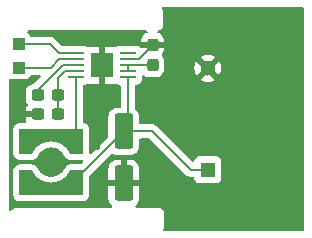
<source format=gbr>
%TF.GenerationSoftware,KiCad,Pcbnew,9.0.4*%
%TF.CreationDate,2026-01-08T18:44:24+01:00*%
%TF.ProjectId,Piezo_Energy_Harvester,5069657a-6f5f-4456-9e65-7267795f4861,rev?*%
%TF.SameCoordinates,Original*%
%TF.FileFunction,Copper,L1,Top*%
%TF.FilePolarity,Positive*%
%FSLAX46Y46*%
G04 Gerber Fmt 4.6, Leading zero omitted, Abs format (unit mm)*
G04 Created by KiCad (PCBNEW 9.0.4) date 2026-01-08 18:44:24*
%MOMM*%
%LPD*%
G01*
G04 APERTURE LIST*
G04 Aperture macros list*
%AMRoundRect*
0 Rectangle with rounded corners*
0 $1 Rounding radius*
0 $2 $3 $4 $5 $6 $7 $8 $9 X,Y pos of 4 corners*
0 Add a 4 corners polygon primitive as box body*
4,1,4,$2,$3,$4,$5,$6,$7,$8,$9,$2,$3,0*
0 Add four circle primitives for the rounded corners*
1,1,$1+$1,$2,$3*
1,1,$1+$1,$4,$5*
1,1,$1+$1,$6,$7*
1,1,$1+$1,$8,$9*
0 Add four rect primitives between the rounded corners*
20,1,$1+$1,$2,$3,$4,$5,0*
20,1,$1+$1,$4,$5,$6,$7,0*
20,1,$1+$1,$6,$7,$8,$9,0*
20,1,$1+$1,$8,$9,$2,$3,0*%
%AMFreePoly0*
4,1,48,2.685355,0.485355,2.700000,0.450000,2.700000,-1.550000,2.685355,-1.585355,2.650000,-1.600000,1.638000,-1.600000,1.602645,-1.585355,1.593411,-1.572623,1.525342,-1.438458,1.455369,-1.324753,1.377591,-1.216835,1.291181,-1.114891,1.196833,-1.020543,1.096563,-0.932929,0.989705,-0.853271,0.876824,-0.782233,0.759274,-0.719087,0.636952,-0.666663,0.510398,-0.622856,0.382020,-0.588816,
0.250897,-0.564534,0.117546,-0.550907,-0.015637,-0.546046,-0.148617,-0.552841,-0.280950,-0.569383,-0.411304,-0.595648,-0.539669,-0.631629,-0.665042,-0.677307,-0.786400,-0.732647,-0.903121,-0.797816,-1.014943,-0.870743,-1.119975,-0.952435,-1.219263,-1.041015,-1.311502,-1.137138,-1.396034,-1.241102,-1.471925,-1.350075,-1.540037,-1.464892,-1.593197,-1.572196,-1.622014,-1.597376,-1.638000,-1.600000,
-2.650000,-1.600000,-2.685355,-1.585355,-2.700000,-1.550000,-2.700000,0.450000,-2.685355,0.485355,-2.650000,0.500000,2.650000,0.500000,2.685355,0.485355,2.685355,0.485355,$1*%
%AMFreePoly1*
4,1,48,-1.602645,1.585355,-1.593197,1.572196,-1.540037,1.464892,-1.471925,1.350075,-1.396034,1.241102,-1.311502,1.137138,-1.219263,1.041015,-1.119975,0.952435,-1.014943,0.870743,-0.903121,0.797816,-0.786400,0.732647,-0.665042,0.677307,-0.539669,0.631629,-0.411304,0.595648,-0.280950,0.569383,-0.148617,0.552841,-0.015637,0.546046,0.117546,0.550907,0.250897,0.564534,0.382020,0.588816,
0.510398,0.622856,0.636952,0.666663,0.759274,0.719087,0.876824,0.782233,0.989705,0.853271,1.096563,0.932929,1.196833,1.020543,1.291181,1.114891,1.377591,1.216835,1.455369,1.324753,1.525342,1.438458,1.593411,1.572623,1.622467,1.597526,1.638000,1.600000,2.650000,1.600000,2.685355,1.585355,2.700000,1.550000,2.700000,-0.450000,2.685355,-0.485355,2.650000,-0.500000,
-2.650000,-0.500000,-2.685355,-0.485355,-2.700000,-0.450000,-2.700000,1.550000,-2.685355,1.585355,-2.650000,1.600000,-1.638000,1.600000,-1.602645,1.585355,-1.602645,1.585355,$1*%
G04 Aperture macros list end*
%TA.AperFunction,SMDPad,CuDef*%
%ADD10RoundRect,0.237500X-0.300000X-0.237500X0.300000X-0.237500X0.300000X0.237500X-0.300000X0.237500X0*%
%TD*%
%TA.AperFunction,SMDPad,CuDef*%
%ADD11R,1.000000X1.000000*%
%TD*%
%TA.AperFunction,SMDPad,CuDef*%
%ADD12RoundRect,0.237500X0.237500X-0.300000X0.237500X0.300000X-0.237500X0.300000X-0.237500X-0.300000X0*%
%TD*%
%TA.AperFunction,SMDPad,CuDef*%
%ADD13FreePoly0,0.000000*%
%TD*%
%TA.AperFunction,SMDPad,CuDef*%
%ADD14FreePoly1,0.000000*%
%TD*%
%TA.AperFunction,ComponentPad*%
%ADD15R,1.300000X1.300000*%
%TD*%
%TA.AperFunction,ComponentPad*%
%ADD16C,1.300000*%
%TD*%
%TA.AperFunction,SMDPad,CuDef*%
%ADD17RoundRect,0.250000X-0.550000X1.250000X-0.550000X-1.250000X0.550000X-1.250000X0.550000X1.250000X0*%
%TD*%
%TA.AperFunction,SMDPad,CuDef*%
%ADD18R,1.333500X0.279400*%
%TD*%
%TA.AperFunction,SMDPad,CuDef*%
%ADD19R,1.930400X2.159000*%
%TD*%
%TA.AperFunction,ViaPad*%
%ADD20C,0.600000*%
%TD*%
%TA.AperFunction,Conductor*%
%ADD21C,0.200000*%
%TD*%
G04 APERTURE END LIST*
D10*
%TO.P,C1,1*%
%TO.N,Net-(U1-CAP)*%
X151775000Y-99800000D03*
%TO.P,C1,2*%
%TO.N,Net-(U1-VIN)*%
X153500000Y-99800000D03*
%TD*%
D11*
%TO.P,J1,1,Pin_1*%
%TO.N,Net-(J1-Pin_1)*%
X150150000Y-95450000D03*
%TD*%
D12*
%TO.P,C2,1*%
%TO.N,Net-(U1-D1)*%
X161490000Y-97252500D03*
%TO.P,C2,2*%
%TO.N,GND*%
X161490000Y-95527500D03*
%TD*%
D13*
%TO.P,L1,1,1*%
%TO.N,Net-(U1-SW)*%
X152900000Y-103150000D03*
D14*
%TO.P,L1,2,2*%
%TO.N,+3.3V*%
X152900000Y-107750000D03*
%TD*%
D11*
%TO.P,J2,1,Pin_1*%
%TO.N,Net-(J2-Pin_1)*%
X150150000Y-97450000D03*
%TD*%
D15*
%TO.P,C5,1*%
%TO.N,+3.3V*%
X166170000Y-106110000D03*
D16*
%TO.P,C5,2*%
%TO.N,GND*%
X166170000Y-97510000D03*
%TD*%
D17*
%TO.P,C4,1*%
%TO.N,+3.3V*%
X159050000Y-102850000D03*
%TO.P,C4,2*%
%TO.N,GND*%
X159050000Y-107250000D03*
%TD*%
D18*
%TO.P,U1,1,PZ1*%
%TO.N,Net-(J1-Pin_1)*%
X154983850Y-96249240D03*
%TO.P,U1,2,PZ2*%
%TO.N,Net-(J2-Pin_1)*%
X154983850Y-96749620D03*
%TO.P,U1,3,CAP*%
%TO.N,Net-(U1-CAP)*%
X154983850Y-97250000D03*
%TO.P,U1,4,VIN*%
%TO.N,Net-(U1-VIN)*%
X154983850Y-97750380D03*
%TO.P,U1,5,SW*%
%TO.N,Net-(U1-SW)*%
X154983850Y-98250760D03*
%TO.P,U1,6,VOUT*%
%TO.N,+3.3V*%
X159416150Y-98250760D03*
%TO.P,U1,7,VIN2*%
%TO.N,Net-(U1-D1)*%
X159416150Y-97750380D03*
%TO.P,U1,8,D1*%
X159416150Y-97250000D03*
%TO.P,U1,9,D0*%
%TO.N,GND*%
X159416150Y-96749620D03*
%TO.P,U1,10,PGOOD*%
%TO.N,/PGOOD*%
X159416150Y-96249240D03*
D19*
%TO.P,U1,EPAD*%
%TO.N,GND*%
X157200000Y-97250000D03*
%TD*%
D10*
%TO.P,C3,1*%
%TO.N,GND*%
X151775000Y-101400000D03*
%TO.P,C3,2*%
%TO.N,Net-(U1-VIN)*%
X153500000Y-101400000D03*
%TD*%
D20*
%TO.N,GND*%
X163700000Y-99100000D03*
X157050000Y-97750000D03*
X157600000Y-96900000D03*
X156700000Y-96650000D03*
X157450000Y-100300000D03*
X158700000Y-108250000D03*
X168900000Y-95400000D03*
X164600000Y-107750000D03*
X164700000Y-94400000D03*
X159050000Y-107250000D03*
X156800000Y-104150000D03*
X163250000Y-102650000D03*
X161600000Y-100750000D03*
X166650000Y-101400000D03*
X156900000Y-101450000D03*
X169750000Y-99800000D03*
X161750000Y-105400000D03*
X162850000Y-106500000D03*
X160250000Y-99850000D03*
X155950000Y-99950000D03*
X161500000Y-98900000D03*
X150300000Y-101000000D03*
X159450000Y-106400000D03*
X150050000Y-99600000D03*
%TD*%
D21*
%TO.N,GND*%
X159416150Y-96749620D02*
X160310380Y-96749620D01*
X150700000Y-101400000D02*
X150300000Y-101000000D01*
X160310380Y-96749620D02*
X161490000Y-95570000D01*
X161490000Y-95570000D02*
X161490000Y-95527500D01*
X151775000Y-101400000D02*
X150700000Y-101400000D01*
%TO.N,+3.3V*%
X159416150Y-98250760D02*
X159416150Y-102933850D01*
X166170000Y-106110000D02*
X164710000Y-106110000D01*
X155200000Y-106700000D02*
X159050000Y-102850000D01*
X155200000Y-107600000D02*
X155200000Y-106700000D01*
X152900000Y-107750000D02*
X153050000Y-107600000D01*
X159416150Y-102933850D02*
X159100000Y-103250000D01*
X161450000Y-102850000D02*
X159050000Y-102850000D01*
X164710000Y-106110000D02*
X161450000Y-102850000D01*
X153050000Y-107600000D02*
X155200000Y-107600000D01*
%TO.N,Net-(U1-D1)*%
X159522500Y-97252500D02*
X161490000Y-97252500D01*
X159416150Y-97750380D02*
X159416150Y-97250000D01*
X159416150Y-97250000D02*
X159520000Y-97250000D01*
X159520000Y-97250000D02*
X159522500Y-97252500D01*
%TO.N,Net-(U1-CAP)*%
X151775000Y-99350000D02*
X151775000Y-99800000D01*
X154983850Y-97250000D02*
X153875000Y-97250000D01*
X153875000Y-97250000D02*
X151775000Y-99350000D01*
%TO.N,Net-(U1-VIN)*%
X153500000Y-101400000D02*
X153500000Y-99800000D01*
X154983850Y-97750380D02*
X154075780Y-97750380D01*
X154075780Y-97750380D02*
X153500000Y-98326160D01*
X153500000Y-98326160D02*
X153500000Y-99800000D01*
%TO.N,Net-(J1-Pin_1)*%
X152800000Y-95450000D02*
X150150000Y-95450000D01*
X153599240Y-96249240D02*
X152800000Y-95450000D01*
X154983850Y-96249240D02*
X153599240Y-96249240D01*
%TO.N,Net-(U1-SW)*%
X155000000Y-98266910D02*
X154983850Y-98250760D01*
X154500000Y-103150000D02*
X155000000Y-102650000D01*
X152900000Y-103150000D02*
X154500000Y-103150000D01*
X152900000Y-103150000D02*
X154300000Y-103150000D01*
X155000000Y-102650000D02*
X155000000Y-98266910D01*
X154300000Y-103150000D02*
X154600000Y-102850000D01*
%TO.N,Net-(J2-Pin_1)*%
X154983850Y-96749620D02*
X153600380Y-96749620D01*
X153600380Y-96749620D02*
X152900000Y-97450000D01*
X152900000Y-97450000D02*
X150150000Y-97450000D01*
%TD*%
%TA.AperFunction,Conductor*%
%TO.N,GND*%
G36*
X174242539Y-92320185D02*
G01*
X174288294Y-92372989D01*
X174299500Y-92424500D01*
X174299500Y-111175500D01*
X174279815Y-111242539D01*
X174227011Y-111288294D01*
X174175500Y-111299500D01*
X162454315Y-111299500D01*
X162387276Y-111279815D01*
X162341521Y-111227011D01*
X162331577Y-111157853D01*
X162346928Y-111113499D01*
X162350497Y-111107316D01*
X162350500Y-111107314D01*
X162416392Y-110993186D01*
X162450500Y-110865892D01*
X162450500Y-109734108D01*
X162416392Y-109606814D01*
X162350500Y-109492686D01*
X162257314Y-109399500D01*
X162200250Y-109366554D01*
X162143187Y-109333608D01*
X162079539Y-109316554D01*
X162015892Y-109299500D01*
X160160523Y-109299500D01*
X160093484Y-109279815D01*
X160047729Y-109227011D01*
X160037785Y-109157853D01*
X160066810Y-109094297D01*
X160072842Y-109087819D01*
X160192315Y-108968345D01*
X160284356Y-108819124D01*
X160284358Y-108819119D01*
X160339505Y-108652697D01*
X160339506Y-108652690D01*
X160349999Y-108549986D01*
X160350000Y-108549973D01*
X160350000Y-107500000D01*
X157750001Y-107500000D01*
X157750001Y-108549986D01*
X157760494Y-108652697D01*
X157815641Y-108819119D01*
X157815643Y-108819124D01*
X157907684Y-108968345D01*
X158027158Y-109087819D01*
X158060643Y-109149142D01*
X158055659Y-109218834D01*
X158013787Y-109274767D01*
X157948323Y-109299184D01*
X157939477Y-109299500D01*
X149884108Y-109299500D01*
X149756812Y-109333608D01*
X149642686Y-109399500D01*
X149642683Y-109399502D01*
X149549502Y-109492683D01*
X149549500Y-109492686D01*
X149531887Y-109523193D01*
X149481319Y-109571408D01*
X149412712Y-109584630D01*
X149347848Y-109558662D01*
X149307320Y-109501748D01*
X149300500Y-109461192D01*
X149300500Y-98532418D01*
X149320185Y-98465379D01*
X149372989Y-98419624D01*
X149442147Y-98409680D01*
X149467833Y-98416236D01*
X149542517Y-98444091D01*
X149542516Y-98444091D01*
X149549444Y-98444835D01*
X149602127Y-98450500D01*
X150697872Y-98450499D01*
X150757483Y-98444091D01*
X150892331Y-98393796D01*
X151007546Y-98307546D01*
X151093796Y-98192331D01*
X151106074Y-98159412D01*
X151116609Y-98131167D01*
X151158480Y-98075233D01*
X151223944Y-98050816D01*
X151232791Y-98050500D01*
X151925903Y-98050500D01*
X151992942Y-98070185D01*
X152038697Y-98122989D01*
X152048641Y-98192147D01*
X152019616Y-98255703D01*
X152013584Y-98262181D01*
X151485351Y-98790412D01*
X151424028Y-98823897D01*
X151410272Y-98826089D01*
X151324747Y-98834826D01*
X151160984Y-98889092D01*
X151160981Y-98889093D01*
X151014148Y-98979661D01*
X150892161Y-99101648D01*
X150801593Y-99248481D01*
X150801592Y-99248484D01*
X150747326Y-99412247D01*
X150747326Y-99412248D01*
X150747325Y-99412248D01*
X150737000Y-99513315D01*
X150737000Y-100086669D01*
X150737001Y-100086687D01*
X150747325Y-100187752D01*
X150783609Y-100297249D01*
X150801592Y-100351516D01*
X150875499Y-100471339D01*
X150892161Y-100498351D01*
X150906482Y-100512672D01*
X150939967Y-100573995D01*
X150934983Y-100643687D01*
X150906485Y-100688032D01*
X150892552Y-100701965D01*
X150802051Y-100848688D01*
X150802046Y-100848699D01*
X150747819Y-101012347D01*
X150737500Y-101113345D01*
X150737500Y-101150000D01*
X151651000Y-101150000D01*
X151718039Y-101169685D01*
X151763794Y-101222489D01*
X151775000Y-101274000D01*
X151775000Y-101526000D01*
X151755315Y-101593039D01*
X151702511Y-101638794D01*
X151651000Y-101650000D01*
X150737501Y-101650000D01*
X150737501Y-101686654D01*
X150747819Y-101787652D01*
X150802046Y-101951300D01*
X150805101Y-101957851D01*
X150803708Y-101958500D01*
X150819932Y-102017802D01*
X150799006Y-102084465D01*
X150745362Y-102129231D01*
X150695953Y-102139500D01*
X150249998Y-102139500D01*
X150195964Y-102142396D01*
X150195963Y-102142396D01*
X150056559Y-102177976D01*
X150056552Y-102177978D01*
X150017660Y-102194088D01*
X149922811Y-102245880D01*
X149817502Y-102343926D01*
X149744090Y-102467658D01*
X149744085Y-102467667D01*
X149727988Y-102506528D01*
X149727981Y-102506547D01*
X149727980Y-102506552D01*
X149709975Y-102557587D01*
X149697269Y-102645963D01*
X149689501Y-102699997D01*
X149689500Y-102700001D01*
X149689500Y-104700002D01*
X149692396Y-104754035D01*
X149692396Y-104754036D01*
X149727976Y-104893440D01*
X149727978Y-104893447D01*
X149744088Y-104932339D01*
X149792855Y-105021648D01*
X149795882Y-105027191D01*
X149893925Y-105132496D01*
X149893926Y-105132497D01*
X149894405Y-105132781D01*
X150017664Y-105205913D01*
X150030105Y-105211066D01*
X150046050Y-105217671D01*
X150056555Y-105222022D01*
X150107584Y-105240024D01*
X150250000Y-105260500D01*
X150250003Y-105260500D01*
X151261992Y-105260500D01*
X151262000Y-105260500D01*
X151343898Y-105253822D01*
X151343902Y-105253821D01*
X151343906Y-105253821D01*
X151352690Y-105252378D01*
X151361482Y-105250935D01*
X151491463Y-105211066D01*
X151612183Y-105132781D01*
X151643883Y-105105084D01*
X151682675Y-105067343D01*
X151764245Y-104948819D01*
X151806791Y-104862936D01*
X151811233Y-104854760D01*
X151855336Y-104780416D01*
X151860196Y-104772864D01*
X151909431Y-104702168D01*
X151914921Y-104694879D01*
X151968157Y-104629404D01*
X151974871Y-104621807D01*
X152032050Y-104562220D01*
X152038938Y-104555577D01*
X152103936Y-104497590D01*
X152110318Y-104492270D01*
X152177645Y-104439905D01*
X152186018Y-104433935D01*
X152257503Y-104387314D01*
X152264766Y-104382925D01*
X152339912Y-104340969D01*
X152348902Y-104336420D01*
X152358517Y-104332036D01*
X152424121Y-104302121D01*
X152433113Y-104298438D01*
X152512400Y-104269550D01*
X152521356Y-104266668D01*
X152603764Y-104243569D01*
X152612688Y-104241423D01*
X152696723Y-104224490D01*
X152705807Y-104223009D01*
X152791640Y-104212280D01*
X152800667Y-104211488D01*
X152882659Y-104207297D01*
X152893482Y-104207218D01*
X152978234Y-104210311D01*
X152986251Y-104210866D01*
X153073330Y-104219765D01*
X153083275Y-104221192D01*
X153165347Y-104236391D01*
X153174519Y-104238452D01*
X153256869Y-104260287D01*
X153265601Y-104262953D01*
X153348467Y-104291638D01*
X153356740Y-104294838D01*
X153432490Y-104327302D01*
X153442310Y-104332032D01*
X153458960Y-104340976D01*
X153516034Y-104371636D01*
X153523398Y-104375924D01*
X153592381Y-104419336D01*
X153596602Y-104421992D01*
X153604668Y-104427524D01*
X153671711Y-104477502D01*
X153679190Y-104483542D01*
X153744869Y-104540931D01*
X153750960Y-104546626D01*
X153811731Y-104607397D01*
X153818641Y-104614900D01*
X153872027Y-104677883D01*
X153878030Y-104685558D01*
X153890030Y-104702207D01*
X153927705Y-104754482D01*
X153932715Y-104761995D01*
X153976905Y-104833804D01*
X153981875Y-104842678D01*
X154007630Y-104893440D01*
X154038151Y-104953597D01*
X154038162Y-104953616D01*
X154079727Y-105021643D01*
X154079733Y-105021652D01*
X154089882Y-105035646D01*
X154089888Y-105035654D01*
X154181925Y-105132496D01*
X154305664Y-105205913D01*
X154318105Y-105211066D01*
X154334050Y-105217671D01*
X154344555Y-105222022D01*
X154395584Y-105240024D01*
X154538000Y-105260500D01*
X154538003Y-105260500D01*
X155490903Y-105260500D01*
X155512148Y-105266738D01*
X155534237Y-105268318D01*
X155545020Y-105276390D01*
X155557942Y-105280185D01*
X155572441Y-105296918D01*
X155590170Y-105310190D01*
X155594877Y-105322810D01*
X155603697Y-105332989D01*
X155606848Y-105354906D01*
X155614587Y-105375654D01*
X155611724Y-105388814D01*
X155613641Y-105402147D01*
X155604441Y-105422290D01*
X155599735Y-105443927D01*
X155586466Y-105461652D01*
X155584616Y-105465703D01*
X155578584Y-105472181D01*
X155447584Y-105603181D01*
X155386261Y-105636666D01*
X155359903Y-105639500D01*
X154538000Y-105639500D01*
X154537996Y-105639500D01*
X154537976Y-105639501D01*
X154458505Y-105645790D01*
X154458484Y-105645792D01*
X154441419Y-105648511D01*
X154441402Y-105648514D01*
X154313412Y-105686772D01*
X154313411Y-105686773D01*
X154191956Y-105763902D01*
X154159985Y-105791304D01*
X154120850Y-105828660D01*
X154120848Y-105828662D01*
X154038159Y-105946389D01*
X154038158Y-105946391D01*
X154038155Y-105946395D01*
X154038154Y-105946398D01*
X153987999Y-106045251D01*
X153981880Y-106057312D01*
X153976905Y-106066194D01*
X153932715Y-106138003D01*
X153927705Y-106145516D01*
X153878032Y-106214438D01*
X153872027Y-106222115D01*
X153818641Y-106285098D01*
X153811731Y-106292601D01*
X153750960Y-106353372D01*
X153744869Y-106359067D01*
X153679190Y-106416456D01*
X153671711Y-106422496D01*
X153604668Y-106472474D01*
X153596602Y-106478006D01*
X153523398Y-106524074D01*
X153516034Y-106528362D01*
X153442318Y-106567962D01*
X153432482Y-106572700D01*
X153356740Y-106605160D01*
X153348457Y-106608364D01*
X153265617Y-106637040D01*
X153256844Y-106639717D01*
X153193849Y-106656421D01*
X153174542Y-106661540D01*
X153165343Y-106663608D01*
X153083289Y-106678804D01*
X153073315Y-106680235D01*
X152986270Y-106689130D01*
X152978204Y-106689688D01*
X152893505Y-106692779D01*
X152882657Y-106692700D01*
X152800679Y-106688511D01*
X152791628Y-106687716D01*
X152705822Y-106676991D01*
X152696708Y-106675505D01*
X152612710Y-106658580D01*
X152603739Y-106656422D01*
X152576676Y-106648836D01*
X152521372Y-106633334D01*
X152512391Y-106630444D01*
X152433118Y-106601561D01*
X152424121Y-106597877D01*
X152348902Y-106563578D01*
X152339899Y-106559022D01*
X152264779Y-106517080D01*
X152257491Y-106512676D01*
X152186018Y-106466063D01*
X152177626Y-106460079D01*
X152110336Y-106407741D01*
X152103926Y-106402399D01*
X152052283Y-106356326D01*
X152038952Y-106344433D01*
X152032033Y-106337761D01*
X151974879Y-106278199D01*
X151968147Y-106270581D01*
X151914931Y-106205132D01*
X151909422Y-106197817D01*
X151860205Y-106127146D01*
X151855330Y-106119571D01*
X151818559Y-106057587D01*
X151811237Y-106045243D01*
X151806788Y-106037056D01*
X151764245Y-105951181D01*
X151721904Y-105880760D01*
X151711511Y-105866285D01*
X151711509Y-105866282D01*
X151711508Y-105866281D01*
X151618076Y-105767505D01*
X151618072Y-105767502D01*
X151494341Y-105694090D01*
X151494336Y-105694087D01*
X151494334Y-105694086D01*
X151494332Y-105694085D01*
X151455471Y-105677988D01*
X151455458Y-105677983D01*
X151455445Y-105677978D01*
X151404416Y-105659976D01*
X151404414Y-105659975D01*
X151404412Y-105659975D01*
X151319477Y-105647763D01*
X151262000Y-105639500D01*
X150250000Y-105639500D01*
X150249998Y-105639500D01*
X150195964Y-105642396D01*
X150195963Y-105642396D01*
X150056559Y-105677976D01*
X150056552Y-105677978D01*
X150017660Y-105694088D01*
X149922811Y-105745880D01*
X149817502Y-105843926D01*
X149744090Y-105967658D01*
X149744085Y-105967667D01*
X149727988Y-106006528D01*
X149727981Y-106006547D01*
X149727978Y-106006555D01*
X149714327Y-106045251D01*
X149709975Y-106057587D01*
X149689500Y-106200001D01*
X149689500Y-108200002D01*
X149692396Y-108254035D01*
X149692396Y-108254036D01*
X149727976Y-108393440D01*
X149727978Y-108393447D01*
X149744088Y-108432339D01*
X149795880Y-108527188D01*
X149795882Y-108527191D01*
X149893925Y-108632496D01*
X149893926Y-108632497D01*
X149927972Y-108652697D01*
X150017664Y-108705913D01*
X150056555Y-108722022D01*
X150107584Y-108740024D01*
X150250000Y-108760500D01*
X150250003Y-108760500D01*
X155550002Y-108760500D01*
X155555499Y-108760205D01*
X155604034Y-108757604D01*
X155743445Y-108722022D01*
X155782336Y-108705913D01*
X155877191Y-108654118D01*
X155982496Y-108556075D01*
X156055913Y-108432336D01*
X156072022Y-108393445D01*
X156090024Y-108342416D01*
X156110500Y-108200000D01*
X156110500Y-106690096D01*
X156130185Y-106623057D01*
X156146814Y-106602420D01*
X156799221Y-105950013D01*
X157750000Y-105950013D01*
X157750000Y-107000000D01*
X158800000Y-107000000D01*
X159300000Y-107000000D01*
X160349999Y-107000000D01*
X160349999Y-105950022D01*
X160349998Y-105950013D01*
X160339505Y-105847302D01*
X160284358Y-105680880D01*
X160284356Y-105680875D01*
X160192315Y-105531654D01*
X160068345Y-105407684D01*
X159919124Y-105315643D01*
X159919119Y-105315641D01*
X159752697Y-105260494D01*
X159752690Y-105260493D01*
X159649986Y-105250000D01*
X159300000Y-105250000D01*
X159300000Y-107000000D01*
X158800000Y-107000000D01*
X158800000Y-105250000D01*
X158450028Y-105250000D01*
X158450012Y-105250001D01*
X158347302Y-105260494D01*
X158180880Y-105315641D01*
X158180875Y-105315643D01*
X158031654Y-105407684D01*
X157907684Y-105531654D01*
X157815643Y-105680875D01*
X157815641Y-105680880D01*
X157760494Y-105847302D01*
X157760493Y-105847309D01*
X157750000Y-105950013D01*
X156799221Y-105950013D01*
X157977589Y-104771644D01*
X158038910Y-104738161D01*
X158108602Y-104743145D01*
X158130364Y-104753788D01*
X158180659Y-104784810D01*
X158180660Y-104784810D01*
X158180666Y-104784814D01*
X158347203Y-104839999D01*
X158449991Y-104850500D01*
X159650008Y-104850499D01*
X159752797Y-104839999D01*
X159919334Y-104784814D01*
X160068656Y-104692712D01*
X160192712Y-104568656D01*
X160284814Y-104419334D01*
X160339999Y-104252797D01*
X160350500Y-104150009D01*
X160350500Y-103574500D01*
X160370185Y-103507461D01*
X160422989Y-103461706D01*
X160474500Y-103450500D01*
X161149903Y-103450500D01*
X161216942Y-103470185D01*
X161237584Y-103486819D01*
X164225139Y-106474374D01*
X164225149Y-106474385D01*
X164229479Y-106478715D01*
X164229480Y-106478716D01*
X164341284Y-106590520D01*
X164341286Y-106590521D01*
X164341290Y-106590524D01*
X164424460Y-106638542D01*
X164424461Y-106638542D01*
X164478215Y-106669577D01*
X164630942Y-106710500D01*
X164630943Y-106710500D01*
X164897649Y-106710500D01*
X164964688Y-106730185D01*
X165010443Y-106782989D01*
X165020939Y-106821248D01*
X165025908Y-106867483D01*
X165076202Y-107002328D01*
X165076206Y-107002335D01*
X165162452Y-107117544D01*
X165162455Y-107117547D01*
X165277664Y-107203793D01*
X165277671Y-107203797D01*
X165412517Y-107254091D01*
X165412516Y-107254091D01*
X165419444Y-107254835D01*
X165472127Y-107260500D01*
X166867872Y-107260499D01*
X166927483Y-107254091D01*
X167062331Y-107203796D01*
X167177546Y-107117546D01*
X167263796Y-107002331D01*
X167314091Y-106867483D01*
X167320500Y-106807873D01*
X167320499Y-105412128D01*
X167314091Y-105352517D01*
X167307556Y-105334997D01*
X167263797Y-105217671D01*
X167263793Y-105217664D01*
X167177547Y-105102455D01*
X167177544Y-105102452D01*
X167062335Y-105016206D01*
X167062328Y-105016202D01*
X166927482Y-104965908D01*
X166927483Y-104965908D01*
X166867883Y-104959501D01*
X166867881Y-104959500D01*
X166867873Y-104959500D01*
X166867864Y-104959500D01*
X165472129Y-104959500D01*
X165472123Y-104959501D01*
X165412516Y-104965908D01*
X165277671Y-105016202D01*
X165277664Y-105016206D01*
X165162455Y-105102452D01*
X165162452Y-105102455D01*
X165076206Y-105217664D01*
X165076202Y-105217671D01*
X165032443Y-105334997D01*
X164990572Y-105390931D01*
X164925108Y-105415348D01*
X164856835Y-105400496D01*
X164828580Y-105379345D01*
X161937590Y-102488355D01*
X161937588Y-102488352D01*
X161818717Y-102369481D01*
X161818716Y-102369480D01*
X161731904Y-102319360D01*
X161731904Y-102319359D01*
X161731900Y-102319358D01*
X161681785Y-102290423D01*
X161529057Y-102249499D01*
X161370943Y-102249499D01*
X161363347Y-102249499D01*
X161363331Y-102249500D01*
X160474499Y-102249500D01*
X160407460Y-102229815D01*
X160361705Y-102177011D01*
X160350499Y-102125500D01*
X160350499Y-101549998D01*
X160350498Y-101549981D01*
X160339999Y-101447203D01*
X160339998Y-101447200D01*
X160284814Y-101280666D01*
X160192712Y-101131344D01*
X160068656Y-101007288D01*
X160068651Y-101007285D01*
X160063738Y-101003400D01*
X160023362Y-100946378D01*
X160016650Y-100906134D01*
X160016650Y-99014607D01*
X160036335Y-98947568D01*
X160089139Y-98901813D01*
X160127611Y-98892623D01*
X160127471Y-98891314D01*
X160190383Y-98884551D01*
X160299500Y-98843853D01*
X160325231Y-98834256D01*
X160440446Y-98748006D01*
X160526696Y-98632791D01*
X160576991Y-98497943D01*
X160583400Y-98438333D01*
X160583399Y-98226450D01*
X160603083Y-98159412D01*
X160655887Y-98113657D01*
X160725045Y-98103713D01*
X160785590Y-98131363D01*
X160785987Y-98130862D01*
X160788029Y-98132476D01*
X160788601Y-98132738D01*
X160789962Y-98134005D01*
X160791647Y-98135338D01*
X160791649Y-98135339D01*
X160791650Y-98135340D01*
X160938484Y-98225908D01*
X161102247Y-98280174D01*
X161203323Y-98290500D01*
X161776676Y-98290499D01*
X161776684Y-98290498D01*
X161776687Y-98290498D01*
X161832030Y-98284844D01*
X161877753Y-98280174D01*
X162041516Y-98225908D01*
X162188350Y-98135340D01*
X162310340Y-98013350D01*
X162400908Y-97866516D01*
X162455174Y-97702753D01*
X162465500Y-97601677D01*
X162465499Y-97419493D01*
X165020000Y-97419493D01*
X165020000Y-97600506D01*
X165048317Y-97779293D01*
X165104251Y-97951444D01*
X165104252Y-97951447D01*
X165186431Y-98112730D01*
X165197913Y-98128532D01*
X165197913Y-98128533D01*
X165770000Y-97556446D01*
X165770000Y-97562661D01*
X165797259Y-97664394D01*
X165849920Y-97755606D01*
X165924394Y-97830080D01*
X166015606Y-97882741D01*
X166117339Y-97910000D01*
X166123553Y-97910000D01*
X165551466Y-98482085D01*
X165551466Y-98482086D01*
X165567267Y-98493566D01*
X165567275Y-98493571D01*
X165728552Y-98575747D01*
X165728555Y-98575748D01*
X165900706Y-98631682D01*
X166079494Y-98660000D01*
X166260506Y-98660000D01*
X166439293Y-98631682D01*
X166611444Y-98575748D01*
X166611452Y-98575745D01*
X166772730Y-98493568D01*
X166788532Y-98482085D01*
X166788533Y-98482085D01*
X166216448Y-97910000D01*
X166222661Y-97910000D01*
X166324394Y-97882741D01*
X166415606Y-97830080D01*
X166490080Y-97755606D01*
X166542741Y-97664394D01*
X166570000Y-97562661D01*
X166570000Y-97556447D01*
X167142085Y-98128532D01*
X167153568Y-98112730D01*
X167235745Y-97951452D01*
X167235748Y-97951444D01*
X167291682Y-97779293D01*
X167320000Y-97600506D01*
X167320000Y-97419493D01*
X167291682Y-97240706D01*
X167235748Y-97068555D01*
X167235747Y-97068552D01*
X167153571Y-96907275D01*
X167153566Y-96907267D01*
X167142085Y-96891466D01*
X166570000Y-97463551D01*
X166570000Y-97457339D01*
X166542741Y-97355606D01*
X166490080Y-97264394D01*
X166415606Y-97189920D01*
X166324394Y-97137259D01*
X166222661Y-97110000D01*
X166216447Y-97110000D01*
X166788533Y-96537913D01*
X166772730Y-96526431D01*
X166611447Y-96444252D01*
X166611444Y-96444251D01*
X166439293Y-96388317D01*
X166260506Y-96360000D01*
X166079494Y-96360000D01*
X165900706Y-96388317D01*
X165728555Y-96444251D01*
X165728547Y-96444254D01*
X165567269Y-96526432D01*
X165551466Y-96537912D01*
X165551466Y-96537913D01*
X166123554Y-97110000D01*
X166117339Y-97110000D01*
X166015606Y-97137259D01*
X165924394Y-97189920D01*
X165849920Y-97264394D01*
X165797259Y-97355606D01*
X165770000Y-97457339D01*
X165770000Y-97463553D01*
X165197912Y-96891466D01*
X165186432Y-96907269D01*
X165104254Y-97068547D01*
X165104251Y-97068555D01*
X165048317Y-97240706D01*
X165020000Y-97419493D01*
X162465499Y-97419493D01*
X162465499Y-97240706D01*
X162465499Y-96903330D01*
X162465498Y-96903312D01*
X162455174Y-96802247D01*
X162400908Y-96638484D01*
X162310340Y-96491650D01*
X162287148Y-96468458D01*
X162280236Y-96457995D01*
X162273507Y-96436103D01*
X162262532Y-96416004D01*
X162263437Y-96403342D01*
X162259708Y-96391209D01*
X162265882Y-96369156D01*
X162267516Y-96346312D01*
X162275954Y-96333181D01*
X162278546Y-96323927D01*
X162286375Y-96316968D01*
X162296021Y-96301960D01*
X162309947Y-96288035D01*
X162400448Y-96141311D01*
X162400453Y-96141300D01*
X162454680Y-95977652D01*
X162464999Y-95876654D01*
X162465000Y-95876641D01*
X162465000Y-95777500D01*
X160515790Y-95777500D01*
X160448751Y-95757815D01*
X160441479Y-95752767D01*
X160325231Y-95665744D01*
X160325228Y-95665742D01*
X160190382Y-95615448D01*
X160190383Y-95615448D01*
X160130783Y-95609041D01*
X160130781Y-95609040D01*
X160130773Y-95609040D01*
X160130764Y-95609040D01*
X158701529Y-95609040D01*
X158701523Y-95609041D01*
X158641916Y-95615448D01*
X158507071Y-95665742D01*
X158507064Y-95665746D01*
X158473343Y-95690990D01*
X158407879Y-95715407D01*
X158355700Y-95707905D01*
X158272579Y-95676903D01*
X158272572Y-95676901D01*
X158213044Y-95670500D01*
X157450000Y-95670500D01*
X157450000Y-98829500D01*
X158213028Y-98829500D01*
X158213044Y-98829499D01*
X158272572Y-98823098D01*
X158272576Y-98823097D01*
X158355700Y-98792094D01*
X158425392Y-98787110D01*
X158473344Y-98809009D01*
X158507069Y-98834256D01*
X158532800Y-98843853D01*
X158641916Y-98884551D01*
X158704831Y-98891316D01*
X158704643Y-98893057D01*
X158764079Y-98913961D01*
X158806996Y-98969097D01*
X158815650Y-99014609D01*
X158815650Y-100725500D01*
X158795965Y-100792539D01*
X158743161Y-100838294D01*
X158691651Y-100849500D01*
X158449999Y-100849500D01*
X158449980Y-100849501D01*
X158347203Y-100860000D01*
X158347200Y-100860001D01*
X158180668Y-100915185D01*
X158180663Y-100915187D01*
X158031342Y-101007289D01*
X157907289Y-101131342D01*
X157815187Y-101280663D01*
X157815186Y-101280666D01*
X157760001Y-101447203D01*
X157760001Y-101447204D01*
X157760000Y-101447204D01*
X157749500Y-101549983D01*
X157749500Y-103249902D01*
X157729815Y-103316941D01*
X157713181Y-103337583D01*
X156322181Y-104728583D01*
X156260858Y-104762068D01*
X156191166Y-104757084D01*
X156135233Y-104715212D01*
X156110816Y-104649748D01*
X156110500Y-104640902D01*
X156110500Y-102699997D01*
X156110057Y-102691751D01*
X156107604Y-102645966D01*
X156072022Y-102506555D01*
X156055913Y-102467664D01*
X156004118Y-102372809D01*
X155906075Y-102267504D01*
X155906074Y-102267503D01*
X155906073Y-102267502D01*
X155782341Y-102194090D01*
X155782336Y-102194087D01*
X155782334Y-102194086D01*
X155782332Y-102194085D01*
X155743471Y-102177988D01*
X155743458Y-102177983D01*
X155743445Y-102177978D01*
X155692416Y-102159976D01*
X155692412Y-102159975D01*
X155686671Y-102157950D01*
X155687298Y-102156170D01*
X155634490Y-102125460D01*
X155602668Y-102063257D01*
X155600500Y-102040171D01*
X155600500Y-99012875D01*
X155620185Y-98945836D01*
X155672989Y-98900081D01*
X155711245Y-98889585D01*
X155758083Y-98884551D01*
X155892931Y-98834256D01*
X155926656Y-98809009D01*
X155992117Y-98784592D01*
X156044300Y-98792094D01*
X156127423Y-98823097D01*
X156127427Y-98823098D01*
X156186955Y-98829499D01*
X156186972Y-98829500D01*
X156950000Y-98829500D01*
X156950000Y-95670500D01*
X156186955Y-95670500D01*
X156127427Y-95676901D01*
X156127419Y-95676903D01*
X156044299Y-95707905D01*
X155974607Y-95712889D01*
X155926655Y-95690989D01*
X155892935Y-95665746D01*
X155892928Y-95665742D01*
X155758082Y-95615448D01*
X155758083Y-95615448D01*
X155698483Y-95609041D01*
X155698481Y-95609040D01*
X155698473Y-95609040D01*
X155698464Y-95609040D01*
X154269229Y-95609040D01*
X154269223Y-95609041D01*
X154209616Y-95615448D01*
X154141320Y-95640922D01*
X154135690Y-95641937D01*
X154132922Y-95643717D01*
X154097987Y-95648740D01*
X153899337Y-95648740D01*
X153832298Y-95629055D01*
X153811656Y-95612421D01*
X153287590Y-95088355D01*
X153287588Y-95088352D01*
X153168717Y-94969481D01*
X153168709Y-94969475D01*
X153052059Y-94902128D01*
X153052056Y-94902127D01*
X153031785Y-94890423D01*
X152879057Y-94849499D01*
X152720943Y-94849499D01*
X152713347Y-94849499D01*
X152713331Y-94849500D01*
X151232791Y-94849500D01*
X151165752Y-94829815D01*
X151119997Y-94777011D01*
X151116609Y-94768833D01*
X151093797Y-94707671D01*
X151093793Y-94707664D01*
X151007547Y-94592455D01*
X151007544Y-94592452D01*
X150915792Y-94523766D01*
X150873921Y-94467832D01*
X150868937Y-94398141D01*
X150902423Y-94336818D01*
X150963746Y-94303334D01*
X150990103Y-94300500D01*
X160936937Y-94300500D01*
X161003976Y-94320185D01*
X161049731Y-94372989D01*
X161059675Y-94442147D01*
X161030650Y-94505703D01*
X160975941Y-94542206D01*
X160938699Y-94554546D01*
X160938688Y-94554551D01*
X160791965Y-94645052D01*
X160791961Y-94645055D01*
X160670055Y-94766961D01*
X160670052Y-94766965D01*
X160579551Y-94913688D01*
X160579546Y-94913699D01*
X160525319Y-95077347D01*
X160515000Y-95178345D01*
X160515000Y-95277500D01*
X162464999Y-95277500D01*
X162464999Y-95178360D01*
X162464998Y-95178345D01*
X162454680Y-95077347D01*
X162400453Y-94913699D01*
X162400448Y-94913688D01*
X162309947Y-94766965D01*
X162309944Y-94766961D01*
X162188038Y-94645055D01*
X162188034Y-94645052D01*
X162041311Y-94554551D01*
X162041300Y-94554546D01*
X161976854Y-94533191D01*
X161919409Y-94493418D01*
X161892586Y-94428902D01*
X161904901Y-94360127D01*
X161952444Y-94308927D01*
X161983758Y-94295712D01*
X162093186Y-94266392D01*
X162207314Y-94200500D01*
X162300500Y-94107314D01*
X162366392Y-93993186D01*
X162400500Y-93865892D01*
X162400500Y-92734108D01*
X162366392Y-92606814D01*
X162300500Y-92492686D01*
X162300497Y-92492683D01*
X162296928Y-92486501D01*
X162280455Y-92418601D01*
X162303307Y-92352574D01*
X162358228Y-92309383D01*
X162404315Y-92300500D01*
X174175500Y-92300500D01*
X174242539Y-92320185D01*
G37*
%TD.AperFunction*%
%TD*%
M02*

</source>
